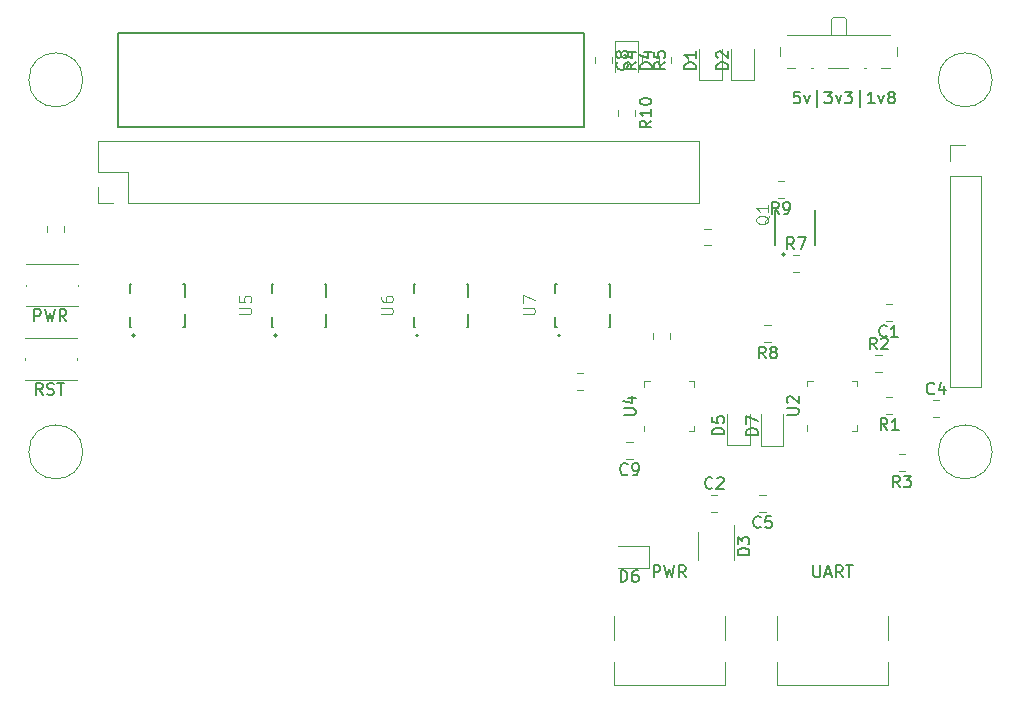
<source format=gbr>
%TF.GenerationSoftware,KiCad,Pcbnew,5.1.6+dfsg1-1~bpo10+1*%
%TF.CreationDate,2020-08-21T13:14:59+01:00*%
%TF.ProjectId,Ultra96-IO-Mezzanine,556c7472-6139-4362-9d49-4f2d4d657a7a,A*%
%TF.SameCoordinates,Original*%
%TF.FileFunction,Legend,Top*%
%TF.FilePolarity,Positive*%
%FSLAX46Y46*%
G04 Gerber Fmt 4.6, Leading zero omitted, Abs format (unit mm)*
G04 Created by KiCad (PCBNEW 5.1.6+dfsg1-1~bpo10+1) date 2020-08-21 13:14:59*
%MOMM*%
%LPD*%
G01*
G04 APERTURE LIST*
%ADD10C,0.120000*%
%ADD11C,0.200000*%
%ADD12C,0.127000*%
%ADD13C,0.150000*%
%ADD14C,0.015000*%
G04 APERTURE END LIST*
D10*
%TO.C,REF\u002A\u002A*%
X106286000Y-135500000D02*
G75*
G03*
X106286000Y-135500000I-2286000J0D01*
G01*
X183286000Y-135500000D02*
G75*
G03*
X183286000Y-135500000I-2286000J0D01*
G01*
X106286000Y-104000000D02*
G75*
G03*
X106286000Y-104000000I-2286000J0D01*
G01*
X183286000Y-104000000D02*
G75*
G03*
X183286000Y-104000000I-2286000J0D01*
G01*
%TO.C,P1*%
X158460000Y-114400000D02*
X158460000Y-109200000D01*
X110140000Y-114400000D02*
X158460000Y-114400000D01*
X107540000Y-109200000D02*
X158460000Y-109200000D01*
X110140000Y-114400000D02*
X110140000Y-111800000D01*
X110140000Y-111800000D02*
X107540000Y-111800000D01*
X107540000Y-111800000D02*
X107540000Y-109200000D01*
X108870000Y-114400000D02*
X107540000Y-114400000D01*
X107540000Y-114400000D02*
X107540000Y-113070000D01*
D11*
%TO.C,U7*%
X146691600Y-125645400D02*
G75*
G03*
X146691600Y-125645400I-100000J0D01*
G01*
D12*
X150901600Y-121300400D02*
X150901600Y-122400400D01*
X146301600Y-121300400D02*
X146301600Y-122084400D01*
X150901600Y-124900400D02*
X150901600Y-123800400D01*
X146301600Y-124900400D02*
X146301600Y-124116400D01*
X150901600Y-121300400D02*
X150801600Y-121300400D01*
X146301600Y-121300400D02*
X146401600Y-121300400D01*
X150901600Y-124900400D02*
X150801600Y-124900400D01*
X146301600Y-124900400D02*
X146401600Y-124900400D01*
D11*
%TO.C,U6*%
X134691600Y-125645400D02*
G75*
G03*
X134691600Y-125645400I-100000J0D01*
G01*
D12*
X138901600Y-121300400D02*
X138901600Y-122400400D01*
X134301600Y-121300400D02*
X134301600Y-122084400D01*
X138901600Y-124900400D02*
X138901600Y-123800400D01*
X134301600Y-124900400D02*
X134301600Y-124116400D01*
X138901600Y-121300400D02*
X138801600Y-121300400D01*
X134301600Y-121300400D02*
X134401600Y-121300400D01*
X138901600Y-124900400D02*
X138801600Y-124900400D01*
X134301600Y-124900400D02*
X134401600Y-124900400D01*
D11*
%TO.C,U5*%
X122691600Y-125645400D02*
G75*
G03*
X122691600Y-125645400I-100000J0D01*
G01*
D12*
X126901600Y-121300400D02*
X126901600Y-122400400D01*
X122301600Y-121300400D02*
X122301600Y-122084400D01*
X126901600Y-124900400D02*
X126901600Y-123800400D01*
X122301600Y-124900400D02*
X122301600Y-124116400D01*
X126901600Y-121300400D02*
X126801600Y-121300400D01*
X122301600Y-121300400D02*
X122401600Y-121300400D01*
X126901600Y-124900400D02*
X126801600Y-124900400D01*
X122301600Y-124900400D02*
X122401600Y-124900400D01*
D11*
%TO.C,U3*%
X110691600Y-125645400D02*
G75*
G03*
X110691600Y-125645400I-100000J0D01*
G01*
D12*
X114901600Y-121300400D02*
X114901600Y-122400400D01*
X110301600Y-121300400D02*
X110301600Y-122084400D01*
X114901600Y-124900400D02*
X114901600Y-123800400D01*
X110301600Y-124900400D02*
X110301600Y-124116400D01*
X114901600Y-121300400D02*
X114801600Y-121300400D01*
X110301600Y-121300400D02*
X110401600Y-121300400D01*
X114901600Y-124900400D02*
X114801600Y-124900400D01*
X110301600Y-124900400D02*
X110401600Y-124900400D01*
D10*
%TO.C,RST*%
X105790000Y-127580000D02*
X105790000Y-127680000D01*
X101390000Y-129380000D02*
X105790000Y-129380000D01*
X105790000Y-125880000D02*
X101390000Y-125880000D01*
X101390000Y-127580000D02*
X101390000Y-127680000D01*
%TO.C,PWR*%
X105860000Y-121330000D02*
X105860000Y-121430000D01*
X101460000Y-123130000D02*
X105860000Y-123130000D01*
X105860000Y-119630000D02*
X101460000Y-119630000D01*
X101460000Y-121330000D02*
X101460000Y-121430000D01*
%TO.C,5v|3v3|1v8*%
X165310000Y-101190000D02*
X165310000Y-101980000D01*
X175210000Y-101980000D02*
X175210000Y-101190000D01*
X171110000Y-102980000D02*
X169410000Y-102980000D01*
X174610000Y-100190000D02*
X165910000Y-100190000D01*
X169610000Y-98890000D02*
X169610000Y-100190000D01*
X169810000Y-98690000D02*
X170710000Y-98690000D01*
X170910000Y-100190000D02*
X170910000Y-98890000D01*
X169610000Y-98890000D02*
X169810000Y-98690000D01*
X170910000Y-98890000D02*
X170710000Y-98690000D01*
X168110000Y-102980000D02*
X167910000Y-102980000D01*
X172610000Y-102980000D02*
X172410000Y-102980000D01*
X166610000Y-102980000D02*
X165910000Y-102980000D01*
X174610000Y-102980000D02*
X173910000Y-102980000D01*
%TO.C,R10*%
X151626700Y-106559022D02*
X151626700Y-107076178D01*
X153046700Y-106559022D02*
X153046700Y-107076178D01*
%TO.C,R9*%
X165635878Y-112548800D02*
X165118722Y-112548800D01*
X165635878Y-113968800D02*
X165118722Y-113968800D01*
%TO.C,R8*%
X164522878Y-124766200D02*
X164005722Y-124766200D01*
X164522878Y-126186200D02*
X164005722Y-126186200D01*
%TO.C,R7*%
X166406022Y-120242600D02*
X166923178Y-120242600D01*
X166406022Y-118822600D02*
X166923178Y-118822600D01*
%TO.C,R6*%
X158921122Y-118020100D02*
X159438278Y-118020100D01*
X158921122Y-116600100D02*
X159438278Y-116600100D01*
%TO.C,R5*%
X157530000Y-102616078D02*
X157530000Y-102098922D01*
X156110000Y-102616078D02*
X156110000Y-102098922D01*
%TO.C,R4*%
X155060000Y-102616078D02*
X155060000Y-102098922D01*
X153640000Y-102616078D02*
X153640000Y-102098922D01*
%TO.C,R3*%
X175884778Y-135700900D02*
X175367622Y-135700900D01*
X175884778Y-137120900D02*
X175367622Y-137120900D01*
%TO.C,R2*%
X173403722Y-128726200D02*
X173920878Y-128726200D01*
X173403722Y-127306200D02*
X173920878Y-127306200D01*
%TO.C,R1*%
X174830678Y-130836800D02*
X174313522Y-130836800D01*
X174830678Y-132256800D02*
X174313522Y-132256800D01*
D11*
%TO.C,Q1*%
X165711500Y-118785200D02*
G75*
G03*
X165711500Y-118785200I-100000J0D01*
G01*
D12*
X168300000Y-114985200D02*
X168300000Y-117985200D01*
X164923000Y-114985200D02*
X164923000Y-117985200D01*
D10*
%TO.C,D7*%
X165603000Y-135007500D02*
X165603000Y-132322500D01*
X163683000Y-135007500D02*
X165603000Y-135007500D01*
X163683000Y-132322500D02*
X163683000Y-135007500D01*
%TO.C,D6*%
X154252600Y-143439200D02*
X151567600Y-143439200D01*
X154252600Y-145359200D02*
X154252600Y-143439200D01*
X151567600Y-145359200D02*
X154252600Y-145359200D01*
%TO.C,D5*%
X162745500Y-134956700D02*
X162745500Y-132271700D01*
X160825500Y-134956700D02*
X162745500Y-134956700D01*
X160825500Y-132271700D02*
X160825500Y-134956700D01*
%TO.C,D4*%
X151390000Y-100672500D02*
X151390000Y-103357500D01*
X153310000Y-100672500D02*
X151390000Y-100672500D01*
X153310000Y-103357500D02*
X153310000Y-100672500D01*
%TO.C,D2*%
X163090000Y-104042500D02*
X163090000Y-101357500D01*
X161170000Y-104042500D02*
X163090000Y-104042500D01*
X161170000Y-101357500D02*
X161170000Y-104042500D01*
%TO.C,D1*%
X160370000Y-104042500D02*
X160370000Y-101357500D01*
X158450000Y-104042500D02*
X160370000Y-104042500D01*
X158450000Y-101357500D02*
X158450000Y-104042500D01*
%TO.C,C9*%
X152834278Y-134659500D02*
X152317122Y-134659500D01*
X152834278Y-136079500D02*
X152317122Y-136079500D01*
%TO.C,C8*%
X149640000Y-102098922D02*
X149640000Y-102616078D01*
X151060000Y-102098922D02*
X151060000Y-102616078D01*
%TO.C,C7*%
X155980400Y-125973778D02*
X155980400Y-125456622D01*
X154560400Y-125973778D02*
X154560400Y-125456622D01*
%TO.C,C6*%
X148681378Y-128817500D02*
X148164222Y-128817500D01*
X148681378Y-130237500D02*
X148164222Y-130237500D01*
%TO.C,C5*%
X164099178Y-139129900D02*
X163582022Y-139129900D01*
X164099178Y-140549900D02*
X163582022Y-140549900D01*
%TO.C,C4*%
X178275922Y-132536200D02*
X178793078Y-132536200D01*
X178275922Y-131116200D02*
X178793078Y-131116200D01*
%TO.C,C3*%
X103250000Y-116378922D02*
X103250000Y-116896078D01*
X104670000Y-116378922D02*
X104670000Y-116896078D01*
%TO.C,C2*%
X159509922Y-140549900D02*
X160027078Y-140549900D01*
X159509922Y-139129900D02*
X160027078Y-139129900D01*
%TO.C,C1*%
X174771778Y-122962800D02*
X174254622Y-122962800D01*
X174771778Y-124382800D02*
X174254622Y-124382800D01*
%TO.C,J2*%
X179670000Y-129970000D02*
X182330000Y-129970000D01*
X179670000Y-112130000D02*
X179670000Y-129970000D01*
X182330000Y-112130000D02*
X182330000Y-129970000D01*
X179670000Y-112130000D02*
X182330000Y-112130000D01*
X179670000Y-110860000D02*
X179670000Y-109530000D01*
X179670000Y-109530000D02*
X181000000Y-109530000D01*
%TO.C,U4*%
X153845000Y-130000000D02*
X153845000Y-129525000D01*
X153845000Y-129525000D02*
X154320000Y-129525000D01*
X158065000Y-133270000D02*
X158065000Y-133745000D01*
X158065000Y-133745000D02*
X157590000Y-133745000D01*
X158065000Y-130000000D02*
X158065000Y-129525000D01*
X158065000Y-129525000D02*
X157590000Y-129525000D01*
X153845000Y-133270000D02*
X153845000Y-133745000D01*
%TO.C,UART*%
X165050000Y-153300000D02*
X165050000Y-155200000D01*
X165050000Y-149400000D02*
X165050000Y-151400000D01*
X174450000Y-153300000D02*
X174450000Y-155200000D01*
X174450000Y-149400000D02*
X174450000Y-151400000D01*
X165050000Y-155200000D02*
X174450000Y-155200000D01*
D13*
%TO.C,P3*%
X109250000Y-108000000D02*
X148750000Y-108000000D01*
X148750000Y-100000000D02*
X109250000Y-100000000D01*
X109250000Y-100000000D02*
X109250000Y-108000000D01*
X148750000Y-100000000D02*
X148750000Y-108000000D01*
D10*
%TO.C,PWR*%
X151250000Y-153300000D02*
X151250000Y-155200000D01*
X151250000Y-149400000D02*
X151250000Y-151400000D01*
X160650000Y-153300000D02*
X160650000Y-155200000D01*
X160650000Y-149400000D02*
X160650000Y-151400000D01*
X151250000Y-155200000D02*
X160650000Y-155200000D01*
%TO.C,U2*%
X167640000Y-129955000D02*
X167640000Y-129480000D01*
X167640000Y-129480000D02*
X168115000Y-129480000D01*
X171860000Y-133225000D02*
X171860000Y-133700000D01*
X171860000Y-133700000D02*
X171385000Y-133700000D01*
X171860000Y-129955000D02*
X171860000Y-129480000D01*
X171860000Y-129480000D02*
X171385000Y-129480000D01*
X167640000Y-133225000D02*
X167640000Y-133700000D01*
%TO.C,D3*%
X158340000Y-142270000D02*
X158340000Y-144670000D01*
X161440000Y-144670000D02*
X161440000Y-141720000D01*
%TO.C,U7*%
D14*
X143553980Y-123847304D02*
X144363504Y-123847304D01*
X144458742Y-123799685D01*
X144506361Y-123752066D01*
X144553980Y-123656828D01*
X144553980Y-123466352D01*
X144506361Y-123371114D01*
X144458742Y-123323495D01*
X144363504Y-123275876D01*
X143553980Y-123275876D01*
X143553980Y-122894923D02*
X143553980Y-122228257D01*
X144553980Y-122656828D01*
%TO.C,U6*%
X131553980Y-123847304D02*
X132363504Y-123847304D01*
X132458742Y-123799685D01*
X132506361Y-123752066D01*
X132553980Y-123656828D01*
X132553980Y-123466352D01*
X132506361Y-123371114D01*
X132458742Y-123323495D01*
X132363504Y-123275876D01*
X131553980Y-123275876D01*
X131553980Y-122371114D02*
X131553980Y-122561590D01*
X131601600Y-122656828D01*
X131649219Y-122704447D01*
X131792076Y-122799685D01*
X131982552Y-122847304D01*
X132363504Y-122847304D01*
X132458742Y-122799685D01*
X132506361Y-122752066D01*
X132553980Y-122656828D01*
X132553980Y-122466352D01*
X132506361Y-122371114D01*
X132458742Y-122323495D01*
X132363504Y-122275876D01*
X132125409Y-122275876D01*
X132030171Y-122323495D01*
X131982552Y-122371114D01*
X131934933Y-122466352D01*
X131934933Y-122656828D01*
X131982552Y-122752066D01*
X132030171Y-122799685D01*
X132125409Y-122847304D01*
%TO.C,U5*%
X119553980Y-123847304D02*
X120363504Y-123847304D01*
X120458742Y-123799685D01*
X120506361Y-123752066D01*
X120553980Y-123656828D01*
X120553980Y-123466352D01*
X120506361Y-123371114D01*
X120458742Y-123323495D01*
X120363504Y-123275876D01*
X119553980Y-123275876D01*
X119553980Y-122323495D02*
X119553980Y-122799685D01*
X120030171Y-122847304D01*
X119982552Y-122799685D01*
X119934933Y-122704447D01*
X119934933Y-122466352D01*
X119982552Y-122371114D01*
X120030171Y-122323495D01*
X120125409Y-122275876D01*
X120363504Y-122275876D01*
X120458742Y-122323495D01*
X120506361Y-122371114D01*
X120553980Y-122466352D01*
X120553980Y-122704447D01*
X120506361Y-122799685D01*
X120458742Y-122847304D01*
%TO.C,RST*%
D13*
X102892380Y-130682380D02*
X102559047Y-130206190D01*
X102320952Y-130682380D02*
X102320952Y-129682380D01*
X102701904Y-129682380D01*
X102797142Y-129730000D01*
X102844761Y-129777619D01*
X102892380Y-129872857D01*
X102892380Y-130015714D01*
X102844761Y-130110952D01*
X102797142Y-130158571D01*
X102701904Y-130206190D01*
X102320952Y-130206190D01*
X103273333Y-130634761D02*
X103416190Y-130682380D01*
X103654285Y-130682380D01*
X103749523Y-130634761D01*
X103797142Y-130587142D01*
X103844761Y-130491904D01*
X103844761Y-130396666D01*
X103797142Y-130301428D01*
X103749523Y-130253809D01*
X103654285Y-130206190D01*
X103463809Y-130158571D01*
X103368571Y-130110952D01*
X103320952Y-130063333D01*
X103273333Y-129968095D01*
X103273333Y-129872857D01*
X103320952Y-129777619D01*
X103368571Y-129730000D01*
X103463809Y-129682380D01*
X103701904Y-129682380D01*
X103844761Y-129730000D01*
X104130476Y-129682380D02*
X104701904Y-129682380D01*
X104416190Y-130682380D02*
X104416190Y-129682380D01*
%TO.C,PWR*%
X102176666Y-124432380D02*
X102176666Y-123432380D01*
X102557619Y-123432380D01*
X102652857Y-123480000D01*
X102700476Y-123527619D01*
X102748095Y-123622857D01*
X102748095Y-123765714D01*
X102700476Y-123860952D01*
X102652857Y-123908571D01*
X102557619Y-123956190D01*
X102176666Y-123956190D01*
X103081428Y-123432380D02*
X103319523Y-124432380D01*
X103510000Y-123718095D01*
X103700476Y-124432380D01*
X103938571Y-123432380D01*
X104890952Y-124432380D02*
X104557619Y-123956190D01*
X104319523Y-124432380D02*
X104319523Y-123432380D01*
X104700476Y-123432380D01*
X104795714Y-123480000D01*
X104843333Y-123527619D01*
X104890952Y-123622857D01*
X104890952Y-123765714D01*
X104843333Y-123860952D01*
X104795714Y-123908571D01*
X104700476Y-123956190D01*
X104319523Y-123956190D01*
%TO.C,5v|3v3|1v8*%
X166988095Y-104992380D02*
X166511904Y-104992380D01*
X166464285Y-105468571D01*
X166511904Y-105420952D01*
X166607142Y-105373333D01*
X166845238Y-105373333D01*
X166940476Y-105420952D01*
X166988095Y-105468571D01*
X167035714Y-105563809D01*
X167035714Y-105801904D01*
X166988095Y-105897142D01*
X166940476Y-105944761D01*
X166845238Y-105992380D01*
X166607142Y-105992380D01*
X166511904Y-105944761D01*
X166464285Y-105897142D01*
X167369047Y-105325714D02*
X167607142Y-105992380D01*
X167845238Y-105325714D01*
X168464285Y-106325714D02*
X168464285Y-104897142D01*
X169083333Y-104992380D02*
X169702380Y-104992380D01*
X169369047Y-105373333D01*
X169511904Y-105373333D01*
X169607142Y-105420952D01*
X169654761Y-105468571D01*
X169702380Y-105563809D01*
X169702380Y-105801904D01*
X169654761Y-105897142D01*
X169607142Y-105944761D01*
X169511904Y-105992380D01*
X169226190Y-105992380D01*
X169130952Y-105944761D01*
X169083333Y-105897142D01*
X170035714Y-105325714D02*
X170273809Y-105992380D01*
X170511904Y-105325714D01*
X170797619Y-104992380D02*
X171416666Y-104992380D01*
X171083333Y-105373333D01*
X171226190Y-105373333D01*
X171321428Y-105420952D01*
X171369047Y-105468571D01*
X171416666Y-105563809D01*
X171416666Y-105801904D01*
X171369047Y-105897142D01*
X171321428Y-105944761D01*
X171226190Y-105992380D01*
X170940476Y-105992380D01*
X170845238Y-105944761D01*
X170797619Y-105897142D01*
X172083333Y-106325714D02*
X172083333Y-104897142D01*
X173321428Y-105992380D02*
X172750000Y-105992380D01*
X173035714Y-105992380D02*
X173035714Y-104992380D01*
X172940476Y-105135238D01*
X172845238Y-105230476D01*
X172750000Y-105278095D01*
X173654761Y-105325714D02*
X173892857Y-105992380D01*
X174130952Y-105325714D01*
X174654761Y-105420952D02*
X174559523Y-105373333D01*
X174511904Y-105325714D01*
X174464285Y-105230476D01*
X174464285Y-105182857D01*
X174511904Y-105087619D01*
X174559523Y-105040000D01*
X174654761Y-104992380D01*
X174845238Y-104992380D01*
X174940476Y-105040000D01*
X174988095Y-105087619D01*
X175035714Y-105182857D01*
X175035714Y-105230476D01*
X174988095Y-105325714D01*
X174940476Y-105373333D01*
X174845238Y-105420952D01*
X174654761Y-105420952D01*
X174559523Y-105468571D01*
X174511904Y-105516190D01*
X174464285Y-105611428D01*
X174464285Y-105801904D01*
X174511904Y-105897142D01*
X174559523Y-105944761D01*
X174654761Y-105992380D01*
X174845238Y-105992380D01*
X174940476Y-105944761D01*
X174988095Y-105897142D01*
X175035714Y-105801904D01*
X175035714Y-105611428D01*
X174988095Y-105516190D01*
X174940476Y-105468571D01*
X174845238Y-105420952D01*
%TO.C,R10*%
X154439080Y-107460457D02*
X153962890Y-107793790D01*
X154439080Y-108031885D02*
X153439080Y-108031885D01*
X153439080Y-107650933D01*
X153486700Y-107555695D01*
X153534319Y-107508076D01*
X153629557Y-107460457D01*
X153772414Y-107460457D01*
X153867652Y-107508076D01*
X153915271Y-107555695D01*
X153962890Y-107650933D01*
X153962890Y-108031885D01*
X154439080Y-106508076D02*
X154439080Y-107079504D01*
X154439080Y-106793790D02*
X153439080Y-106793790D01*
X153581938Y-106889028D01*
X153677176Y-106984266D01*
X153724795Y-107079504D01*
X153439080Y-105889028D02*
X153439080Y-105793790D01*
X153486700Y-105698552D01*
X153534319Y-105650933D01*
X153629557Y-105603314D01*
X153820033Y-105555695D01*
X154058128Y-105555695D01*
X154248604Y-105603314D01*
X154343842Y-105650933D01*
X154391461Y-105698552D01*
X154439080Y-105793790D01*
X154439080Y-105889028D01*
X154391461Y-105984266D01*
X154343842Y-106031885D01*
X154248604Y-106079504D01*
X154058128Y-106127123D01*
X153820033Y-106127123D01*
X153629557Y-106079504D01*
X153534319Y-106031885D01*
X153486700Y-105984266D01*
X153439080Y-105889028D01*
%TO.C,R9*%
X165210633Y-115361180D02*
X164877300Y-114884990D01*
X164639204Y-115361180D02*
X164639204Y-114361180D01*
X165020157Y-114361180D01*
X165115395Y-114408800D01*
X165163014Y-114456419D01*
X165210633Y-114551657D01*
X165210633Y-114694514D01*
X165163014Y-114789752D01*
X165115395Y-114837371D01*
X165020157Y-114884990D01*
X164639204Y-114884990D01*
X165686823Y-115361180D02*
X165877300Y-115361180D01*
X165972538Y-115313561D01*
X166020157Y-115265942D01*
X166115395Y-115123085D01*
X166163014Y-114932609D01*
X166163014Y-114551657D01*
X166115395Y-114456419D01*
X166067776Y-114408800D01*
X165972538Y-114361180D01*
X165782061Y-114361180D01*
X165686823Y-114408800D01*
X165639204Y-114456419D01*
X165591585Y-114551657D01*
X165591585Y-114789752D01*
X165639204Y-114884990D01*
X165686823Y-114932609D01*
X165782061Y-114980228D01*
X165972538Y-114980228D01*
X166067776Y-114932609D01*
X166115395Y-114884990D01*
X166163014Y-114789752D01*
%TO.C,R8*%
X164097633Y-127578580D02*
X163764300Y-127102390D01*
X163526204Y-127578580D02*
X163526204Y-126578580D01*
X163907157Y-126578580D01*
X164002395Y-126626200D01*
X164050014Y-126673819D01*
X164097633Y-126769057D01*
X164097633Y-126911914D01*
X164050014Y-127007152D01*
X164002395Y-127054771D01*
X163907157Y-127102390D01*
X163526204Y-127102390D01*
X164669061Y-127007152D02*
X164573823Y-126959533D01*
X164526204Y-126911914D01*
X164478585Y-126816676D01*
X164478585Y-126769057D01*
X164526204Y-126673819D01*
X164573823Y-126626200D01*
X164669061Y-126578580D01*
X164859538Y-126578580D01*
X164954776Y-126626200D01*
X165002395Y-126673819D01*
X165050014Y-126769057D01*
X165050014Y-126816676D01*
X165002395Y-126911914D01*
X164954776Y-126959533D01*
X164859538Y-127007152D01*
X164669061Y-127007152D01*
X164573823Y-127054771D01*
X164526204Y-127102390D01*
X164478585Y-127197628D01*
X164478585Y-127388104D01*
X164526204Y-127483342D01*
X164573823Y-127530961D01*
X164669061Y-127578580D01*
X164859538Y-127578580D01*
X164954776Y-127530961D01*
X165002395Y-127483342D01*
X165050014Y-127388104D01*
X165050014Y-127197628D01*
X165002395Y-127102390D01*
X164954776Y-127054771D01*
X164859538Y-127007152D01*
%TO.C,R7*%
X166497933Y-118334980D02*
X166164600Y-117858790D01*
X165926504Y-118334980D02*
X165926504Y-117334980D01*
X166307457Y-117334980D01*
X166402695Y-117382600D01*
X166450314Y-117430219D01*
X166497933Y-117525457D01*
X166497933Y-117668314D01*
X166450314Y-117763552D01*
X166402695Y-117811171D01*
X166307457Y-117858790D01*
X165926504Y-117858790D01*
X166831266Y-117334980D02*
X167497933Y-117334980D01*
X167069361Y-118334980D01*
%TO.C,R5*%
X155622380Y-102524166D02*
X155146190Y-102857500D01*
X155622380Y-103095595D02*
X154622380Y-103095595D01*
X154622380Y-102714642D01*
X154670000Y-102619404D01*
X154717619Y-102571785D01*
X154812857Y-102524166D01*
X154955714Y-102524166D01*
X155050952Y-102571785D01*
X155098571Y-102619404D01*
X155146190Y-102714642D01*
X155146190Y-103095595D01*
X154622380Y-101619404D02*
X154622380Y-102095595D01*
X155098571Y-102143214D01*
X155050952Y-102095595D01*
X155003333Y-102000357D01*
X155003333Y-101762261D01*
X155050952Y-101667023D01*
X155098571Y-101619404D01*
X155193809Y-101571785D01*
X155431904Y-101571785D01*
X155527142Y-101619404D01*
X155574761Y-101667023D01*
X155622380Y-101762261D01*
X155622380Y-102000357D01*
X155574761Y-102095595D01*
X155527142Y-102143214D01*
%TO.C,R4*%
X153152380Y-102524166D02*
X152676190Y-102857500D01*
X153152380Y-103095595D02*
X152152380Y-103095595D01*
X152152380Y-102714642D01*
X152200000Y-102619404D01*
X152247619Y-102571785D01*
X152342857Y-102524166D01*
X152485714Y-102524166D01*
X152580952Y-102571785D01*
X152628571Y-102619404D01*
X152676190Y-102714642D01*
X152676190Y-103095595D01*
X152485714Y-101667023D02*
X153152380Y-101667023D01*
X152104761Y-101905119D02*
X152819047Y-102143214D01*
X152819047Y-101524166D01*
%TO.C,R3*%
X175459533Y-138513280D02*
X175126200Y-138037090D01*
X174888104Y-138513280D02*
X174888104Y-137513280D01*
X175269057Y-137513280D01*
X175364295Y-137560900D01*
X175411914Y-137608519D01*
X175459533Y-137703757D01*
X175459533Y-137846614D01*
X175411914Y-137941852D01*
X175364295Y-137989471D01*
X175269057Y-138037090D01*
X174888104Y-138037090D01*
X175792866Y-137513280D02*
X176411914Y-137513280D01*
X176078580Y-137894233D01*
X176221438Y-137894233D01*
X176316676Y-137941852D01*
X176364295Y-137989471D01*
X176411914Y-138084709D01*
X176411914Y-138322804D01*
X176364295Y-138418042D01*
X176316676Y-138465661D01*
X176221438Y-138513280D01*
X175935723Y-138513280D01*
X175840485Y-138465661D01*
X175792866Y-138418042D01*
%TO.C,R2*%
X173495633Y-126818580D02*
X173162300Y-126342390D01*
X172924204Y-126818580D02*
X172924204Y-125818580D01*
X173305157Y-125818580D01*
X173400395Y-125866200D01*
X173448014Y-125913819D01*
X173495633Y-126009057D01*
X173495633Y-126151914D01*
X173448014Y-126247152D01*
X173400395Y-126294771D01*
X173305157Y-126342390D01*
X172924204Y-126342390D01*
X173876585Y-125913819D02*
X173924204Y-125866200D01*
X174019442Y-125818580D01*
X174257538Y-125818580D01*
X174352776Y-125866200D01*
X174400395Y-125913819D01*
X174448014Y-126009057D01*
X174448014Y-126104295D01*
X174400395Y-126247152D01*
X173828966Y-126818580D01*
X174448014Y-126818580D01*
%TO.C,R1*%
X174405433Y-133649180D02*
X174072100Y-133172990D01*
X173834004Y-133649180D02*
X173834004Y-132649180D01*
X174214957Y-132649180D01*
X174310195Y-132696800D01*
X174357814Y-132744419D01*
X174405433Y-132839657D01*
X174405433Y-132982514D01*
X174357814Y-133077752D01*
X174310195Y-133125371D01*
X174214957Y-133172990D01*
X173834004Y-133172990D01*
X175357814Y-133649180D02*
X174786385Y-133649180D01*
X175072100Y-133649180D02*
X175072100Y-132649180D01*
X174976861Y-132792038D01*
X174881623Y-132887276D01*
X174786385Y-132934895D01*
%TO.C,Q1*%
D14*
X164404119Y-115495438D02*
X164356500Y-115590676D01*
X164261261Y-115685914D01*
X164118404Y-115828771D01*
X164070785Y-115924009D01*
X164070785Y-116019247D01*
X164308880Y-115971628D02*
X164261261Y-116066866D01*
X164166023Y-116162104D01*
X163975547Y-116209723D01*
X163642214Y-116209723D01*
X163451738Y-116162104D01*
X163356500Y-116066866D01*
X163308880Y-115971628D01*
X163308880Y-115781152D01*
X163356500Y-115685914D01*
X163451738Y-115590676D01*
X163642214Y-115543057D01*
X163975547Y-115543057D01*
X164166023Y-115590676D01*
X164261261Y-115685914D01*
X164308880Y-115781152D01*
X164308880Y-115971628D01*
X164308880Y-114590676D02*
X164308880Y-115162104D01*
X164308880Y-114876390D02*
X163308880Y-114876390D01*
X163451738Y-114971628D01*
X163546976Y-115066866D01*
X163594595Y-115162104D01*
%TO.C,D7*%
D13*
X163445380Y-134060595D02*
X162445380Y-134060595D01*
X162445380Y-133822500D01*
X162493000Y-133679642D01*
X162588238Y-133584404D01*
X162683476Y-133536785D01*
X162873952Y-133489166D01*
X163016809Y-133489166D01*
X163207285Y-133536785D01*
X163302523Y-133584404D01*
X163397761Y-133679642D01*
X163445380Y-133822500D01*
X163445380Y-134060595D01*
X162445380Y-133155833D02*
X162445380Y-132489166D01*
X163445380Y-132917738D01*
%TO.C,D6*%
X151829504Y-146501580D02*
X151829504Y-145501580D01*
X152067600Y-145501580D01*
X152210457Y-145549200D01*
X152305695Y-145644438D01*
X152353314Y-145739676D01*
X152400933Y-145930152D01*
X152400933Y-146073009D01*
X152353314Y-146263485D01*
X152305695Y-146358723D01*
X152210457Y-146453961D01*
X152067600Y-146501580D01*
X151829504Y-146501580D01*
X153258076Y-145501580D02*
X153067600Y-145501580D01*
X152972361Y-145549200D01*
X152924742Y-145596819D01*
X152829504Y-145739676D01*
X152781885Y-145930152D01*
X152781885Y-146311104D01*
X152829504Y-146406342D01*
X152877123Y-146453961D01*
X152972361Y-146501580D01*
X153162838Y-146501580D01*
X153258076Y-146453961D01*
X153305695Y-146406342D01*
X153353314Y-146311104D01*
X153353314Y-146073009D01*
X153305695Y-145977771D01*
X153258076Y-145930152D01*
X153162838Y-145882533D01*
X152972361Y-145882533D01*
X152877123Y-145930152D01*
X152829504Y-145977771D01*
X152781885Y-146073009D01*
%TO.C,D5*%
X160587880Y-134009795D02*
X159587880Y-134009795D01*
X159587880Y-133771700D01*
X159635500Y-133628842D01*
X159730738Y-133533604D01*
X159825976Y-133485985D01*
X160016452Y-133438366D01*
X160159309Y-133438366D01*
X160349785Y-133485985D01*
X160445023Y-133533604D01*
X160540261Y-133628842D01*
X160587880Y-133771700D01*
X160587880Y-134009795D01*
X159587880Y-132533604D02*
X159587880Y-133009795D01*
X160064071Y-133057414D01*
X160016452Y-133009795D01*
X159968833Y-132914557D01*
X159968833Y-132676461D01*
X160016452Y-132581223D01*
X160064071Y-132533604D01*
X160159309Y-132485985D01*
X160397404Y-132485985D01*
X160492642Y-132533604D01*
X160540261Y-132581223D01*
X160587880Y-132676461D01*
X160587880Y-132914557D01*
X160540261Y-133009795D01*
X160492642Y-133057414D01*
%TO.C,D4*%
X154452380Y-103095595D02*
X153452380Y-103095595D01*
X153452380Y-102857500D01*
X153500000Y-102714642D01*
X153595238Y-102619404D01*
X153690476Y-102571785D01*
X153880952Y-102524166D01*
X154023809Y-102524166D01*
X154214285Y-102571785D01*
X154309523Y-102619404D01*
X154404761Y-102714642D01*
X154452380Y-102857500D01*
X154452380Y-103095595D01*
X153785714Y-101667023D02*
X154452380Y-101667023D01*
X153404761Y-101905119D02*
X154119047Y-102143214D01*
X154119047Y-101524166D01*
%TO.C,D2*%
X160932380Y-103095595D02*
X159932380Y-103095595D01*
X159932380Y-102857500D01*
X159980000Y-102714642D01*
X160075238Y-102619404D01*
X160170476Y-102571785D01*
X160360952Y-102524166D01*
X160503809Y-102524166D01*
X160694285Y-102571785D01*
X160789523Y-102619404D01*
X160884761Y-102714642D01*
X160932380Y-102857500D01*
X160932380Y-103095595D01*
X160027619Y-102143214D02*
X159980000Y-102095595D01*
X159932380Y-102000357D01*
X159932380Y-101762261D01*
X159980000Y-101667023D01*
X160027619Y-101619404D01*
X160122857Y-101571785D01*
X160218095Y-101571785D01*
X160360952Y-101619404D01*
X160932380Y-102190833D01*
X160932380Y-101571785D01*
%TO.C,D1*%
X158212380Y-103095595D02*
X157212380Y-103095595D01*
X157212380Y-102857500D01*
X157260000Y-102714642D01*
X157355238Y-102619404D01*
X157450476Y-102571785D01*
X157640952Y-102524166D01*
X157783809Y-102524166D01*
X157974285Y-102571785D01*
X158069523Y-102619404D01*
X158164761Y-102714642D01*
X158212380Y-102857500D01*
X158212380Y-103095595D01*
X158212380Y-101571785D02*
X158212380Y-102143214D01*
X158212380Y-101857500D02*
X157212380Y-101857500D01*
X157355238Y-101952738D01*
X157450476Y-102047976D01*
X157498095Y-102143214D01*
%TO.C,C9*%
X152409033Y-137376642D02*
X152361414Y-137424261D01*
X152218557Y-137471880D01*
X152123319Y-137471880D01*
X151980461Y-137424261D01*
X151885223Y-137329023D01*
X151837604Y-137233785D01*
X151789985Y-137043309D01*
X151789985Y-136900452D01*
X151837604Y-136709976D01*
X151885223Y-136614738D01*
X151980461Y-136519500D01*
X152123319Y-136471880D01*
X152218557Y-136471880D01*
X152361414Y-136519500D01*
X152409033Y-136567119D01*
X152885223Y-137471880D02*
X153075700Y-137471880D01*
X153170938Y-137424261D01*
X153218557Y-137376642D01*
X153313795Y-137233785D01*
X153361414Y-137043309D01*
X153361414Y-136662357D01*
X153313795Y-136567119D01*
X153266176Y-136519500D01*
X153170938Y-136471880D01*
X152980461Y-136471880D01*
X152885223Y-136519500D01*
X152837604Y-136567119D01*
X152789985Y-136662357D01*
X152789985Y-136900452D01*
X152837604Y-136995690D01*
X152885223Y-137043309D01*
X152980461Y-137090928D01*
X153170938Y-137090928D01*
X153266176Y-137043309D01*
X153313795Y-136995690D01*
X153361414Y-136900452D01*
%TO.C,C8*%
X152357142Y-102524166D02*
X152404761Y-102571785D01*
X152452380Y-102714642D01*
X152452380Y-102809880D01*
X152404761Y-102952738D01*
X152309523Y-103047976D01*
X152214285Y-103095595D01*
X152023809Y-103143214D01*
X151880952Y-103143214D01*
X151690476Y-103095595D01*
X151595238Y-103047976D01*
X151500000Y-102952738D01*
X151452380Y-102809880D01*
X151452380Y-102714642D01*
X151500000Y-102571785D01*
X151547619Y-102524166D01*
X151880952Y-101952738D02*
X151833333Y-102047976D01*
X151785714Y-102095595D01*
X151690476Y-102143214D01*
X151642857Y-102143214D01*
X151547619Y-102095595D01*
X151500000Y-102047976D01*
X151452380Y-101952738D01*
X151452380Y-101762261D01*
X151500000Y-101667023D01*
X151547619Y-101619404D01*
X151642857Y-101571785D01*
X151690476Y-101571785D01*
X151785714Y-101619404D01*
X151833333Y-101667023D01*
X151880952Y-101762261D01*
X151880952Y-101952738D01*
X151928571Y-102047976D01*
X151976190Y-102095595D01*
X152071428Y-102143214D01*
X152261904Y-102143214D01*
X152357142Y-102095595D01*
X152404761Y-102047976D01*
X152452380Y-101952738D01*
X152452380Y-101762261D01*
X152404761Y-101667023D01*
X152357142Y-101619404D01*
X152261904Y-101571785D01*
X152071428Y-101571785D01*
X151976190Y-101619404D01*
X151928571Y-101667023D01*
X151880952Y-101762261D01*
%TO.C,C5*%
X163673933Y-141847042D02*
X163626314Y-141894661D01*
X163483457Y-141942280D01*
X163388219Y-141942280D01*
X163245361Y-141894661D01*
X163150123Y-141799423D01*
X163102504Y-141704185D01*
X163054885Y-141513709D01*
X163054885Y-141370852D01*
X163102504Y-141180376D01*
X163150123Y-141085138D01*
X163245361Y-140989900D01*
X163388219Y-140942280D01*
X163483457Y-140942280D01*
X163626314Y-140989900D01*
X163673933Y-141037519D01*
X164578695Y-140942280D02*
X164102504Y-140942280D01*
X164054885Y-141418471D01*
X164102504Y-141370852D01*
X164197742Y-141323233D01*
X164435838Y-141323233D01*
X164531076Y-141370852D01*
X164578695Y-141418471D01*
X164626314Y-141513709D01*
X164626314Y-141751804D01*
X164578695Y-141847042D01*
X164531076Y-141894661D01*
X164435838Y-141942280D01*
X164197742Y-141942280D01*
X164102504Y-141894661D01*
X164054885Y-141847042D01*
%TO.C,C4*%
X178367833Y-130533342D02*
X178320214Y-130580961D01*
X178177357Y-130628580D01*
X178082119Y-130628580D01*
X177939261Y-130580961D01*
X177844023Y-130485723D01*
X177796404Y-130390485D01*
X177748785Y-130200009D01*
X177748785Y-130057152D01*
X177796404Y-129866676D01*
X177844023Y-129771438D01*
X177939261Y-129676200D01*
X178082119Y-129628580D01*
X178177357Y-129628580D01*
X178320214Y-129676200D01*
X178367833Y-129723819D01*
X179224976Y-129961914D02*
X179224976Y-130628580D01*
X178986880Y-129580961D02*
X178748785Y-130295247D01*
X179367833Y-130295247D01*
%TO.C,C2*%
X159601833Y-138547042D02*
X159554214Y-138594661D01*
X159411357Y-138642280D01*
X159316119Y-138642280D01*
X159173261Y-138594661D01*
X159078023Y-138499423D01*
X159030404Y-138404185D01*
X158982785Y-138213709D01*
X158982785Y-138070852D01*
X159030404Y-137880376D01*
X159078023Y-137785138D01*
X159173261Y-137689900D01*
X159316119Y-137642280D01*
X159411357Y-137642280D01*
X159554214Y-137689900D01*
X159601833Y-137737519D01*
X159982785Y-137737519D02*
X160030404Y-137689900D01*
X160125642Y-137642280D01*
X160363738Y-137642280D01*
X160458976Y-137689900D01*
X160506595Y-137737519D01*
X160554214Y-137832757D01*
X160554214Y-137927995D01*
X160506595Y-138070852D01*
X159935166Y-138642280D01*
X160554214Y-138642280D01*
%TO.C,C1*%
X174346533Y-125679942D02*
X174298914Y-125727561D01*
X174156057Y-125775180D01*
X174060819Y-125775180D01*
X173917961Y-125727561D01*
X173822723Y-125632323D01*
X173775104Y-125537085D01*
X173727485Y-125346609D01*
X173727485Y-125203752D01*
X173775104Y-125013276D01*
X173822723Y-124918038D01*
X173917961Y-124822800D01*
X174060819Y-124775180D01*
X174156057Y-124775180D01*
X174298914Y-124822800D01*
X174346533Y-124870419D01*
X175298914Y-125775180D02*
X174727485Y-125775180D01*
X175013200Y-125775180D02*
X175013200Y-124775180D01*
X174917961Y-124918038D01*
X174822723Y-125013276D01*
X174727485Y-125060895D01*
%TO.C,U4*%
X152087380Y-132396904D02*
X152896904Y-132396904D01*
X152992142Y-132349285D01*
X153039761Y-132301666D01*
X153087380Y-132206428D01*
X153087380Y-132015952D01*
X153039761Y-131920714D01*
X152992142Y-131873095D01*
X152896904Y-131825476D01*
X152087380Y-131825476D01*
X152420714Y-130920714D02*
X153087380Y-130920714D01*
X152039761Y-131158809D02*
X152754047Y-131396904D01*
X152754047Y-130777857D01*
%TO.C,UART*%
X168154761Y-145107380D02*
X168154761Y-145916904D01*
X168202380Y-146012142D01*
X168250000Y-146059761D01*
X168345238Y-146107380D01*
X168535714Y-146107380D01*
X168630952Y-146059761D01*
X168678571Y-146012142D01*
X168726190Y-145916904D01*
X168726190Y-145107380D01*
X169154761Y-145821666D02*
X169630952Y-145821666D01*
X169059523Y-146107380D02*
X169392857Y-145107380D01*
X169726190Y-146107380D01*
X170630952Y-146107380D02*
X170297619Y-145631190D01*
X170059523Y-146107380D02*
X170059523Y-145107380D01*
X170440476Y-145107380D01*
X170535714Y-145155000D01*
X170583333Y-145202619D01*
X170630952Y-145297857D01*
X170630952Y-145440714D01*
X170583333Y-145535952D01*
X170535714Y-145583571D01*
X170440476Y-145631190D01*
X170059523Y-145631190D01*
X170916666Y-145107380D02*
X171488095Y-145107380D01*
X171202380Y-146107380D02*
X171202380Y-145107380D01*
%TO.C,PWR*%
X154616666Y-146107380D02*
X154616666Y-145107380D01*
X154997619Y-145107380D01*
X155092857Y-145155000D01*
X155140476Y-145202619D01*
X155188095Y-145297857D01*
X155188095Y-145440714D01*
X155140476Y-145535952D01*
X155092857Y-145583571D01*
X154997619Y-145631190D01*
X154616666Y-145631190D01*
X155521428Y-145107380D02*
X155759523Y-146107380D01*
X155950000Y-145393095D01*
X156140476Y-146107380D01*
X156378571Y-145107380D01*
X157330952Y-146107380D02*
X156997619Y-145631190D01*
X156759523Y-146107380D02*
X156759523Y-145107380D01*
X157140476Y-145107380D01*
X157235714Y-145155000D01*
X157283333Y-145202619D01*
X157330952Y-145297857D01*
X157330952Y-145440714D01*
X157283333Y-145535952D01*
X157235714Y-145583571D01*
X157140476Y-145631190D01*
X156759523Y-145631190D01*
%TO.C,U2*%
X165902380Y-132351904D02*
X166711904Y-132351904D01*
X166807142Y-132304285D01*
X166854761Y-132256666D01*
X166902380Y-132161428D01*
X166902380Y-131970952D01*
X166854761Y-131875714D01*
X166807142Y-131828095D01*
X166711904Y-131780476D01*
X165902380Y-131780476D01*
X165997619Y-131351904D02*
X165950000Y-131304285D01*
X165902380Y-131209047D01*
X165902380Y-130970952D01*
X165950000Y-130875714D01*
X165997619Y-130828095D01*
X166092857Y-130780476D01*
X166188095Y-130780476D01*
X166330952Y-130828095D01*
X166902380Y-131399523D01*
X166902380Y-130780476D01*
%TO.C,D3*%
X162722380Y-144228095D02*
X161722380Y-144228095D01*
X161722380Y-143990000D01*
X161770000Y-143847142D01*
X161865238Y-143751904D01*
X161960476Y-143704285D01*
X162150952Y-143656666D01*
X162293809Y-143656666D01*
X162484285Y-143704285D01*
X162579523Y-143751904D01*
X162674761Y-143847142D01*
X162722380Y-143990000D01*
X162722380Y-144228095D01*
X161722380Y-143323333D02*
X161722380Y-142704285D01*
X162103333Y-143037619D01*
X162103333Y-142894761D01*
X162150952Y-142799523D01*
X162198571Y-142751904D01*
X162293809Y-142704285D01*
X162531904Y-142704285D01*
X162627142Y-142751904D01*
X162674761Y-142799523D01*
X162722380Y-142894761D01*
X162722380Y-143180476D01*
X162674761Y-143275714D01*
X162627142Y-143323333D01*
%TD*%
M02*

</source>
